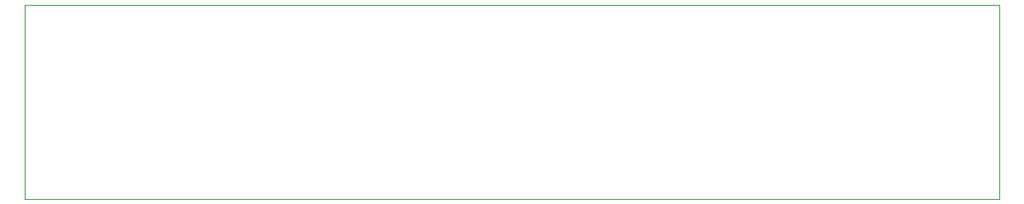
<source format=gbr>
%TF.GenerationSoftware,KiCad,Pcbnew,8.0.3*%
%TF.CreationDate,2024-07-16T19:28:07+01:00*%
%TF.ProjectId,FCPC Breakout PCB,46435043-2042-4726-9561-6b6f75742050,rev?*%
%TF.SameCoordinates,Original*%
%TF.FileFunction,Profile,NP*%
%FSLAX46Y46*%
G04 Gerber Fmt 4.6, Leading zero omitted, Abs format (unit mm)*
G04 Created by KiCad (PCBNEW 8.0.3) date 2024-07-16 19:28:07*
%MOMM*%
%LPD*%
G01*
G04 APERTURE LIST*
%TA.AperFunction,Profile*%
%ADD10C,0.050000*%
%TD*%
G04 APERTURE END LIST*
D10*
X101904800Y-136601200D02*
X101904800Y-116636800D01*
X202184000Y-136601200D02*
X101904800Y-136601200D01*
X202184000Y-116636800D02*
X202184000Y-136601200D01*
X101904800Y-116636800D02*
X202184000Y-116636800D01*
M02*

</source>
